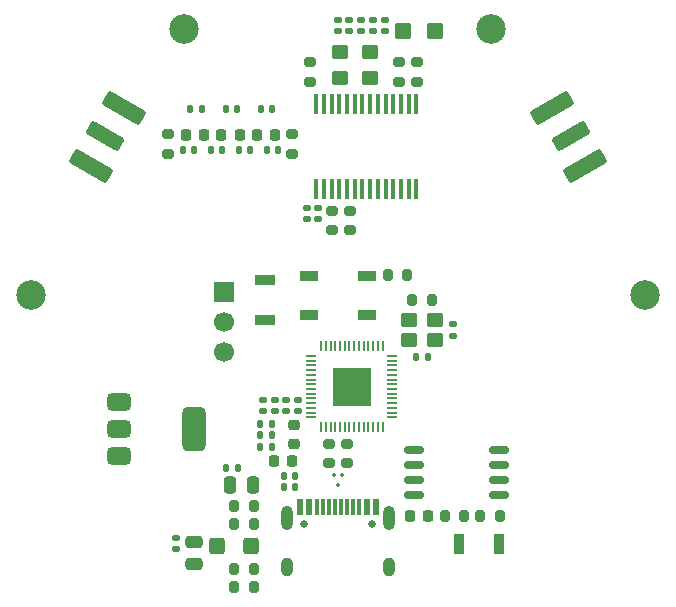
<source format=gbr>
%TF.GenerationSoftware,KiCad,Pcbnew,9.0.4-9.0.4-0~ubuntu22.04.1*%
%TF.CreationDate,2025-09-16T22:55:20+03:00*%
%TF.ProjectId,hexaGenMini-v1,68657861-4765-46e4-9d69-6e692d76312e,rev?*%
%TF.SameCoordinates,Original*%
%TF.FileFunction,Soldermask,Top*%
%TF.FilePolarity,Negative*%
%FSLAX46Y46*%
G04 Gerber Fmt 4.6, Leading zero omitted, Abs format (unit mm)*
G04 Created by KiCad (PCBNEW 9.0.4-9.0.4-0~ubuntu22.04.1) date 2025-09-16 22:55:20*
%MOMM*%
%LPD*%
G01*
G04 APERTURE LIST*
G04 Aperture macros list*
%AMRoundRect*
0 Rectangle with rounded corners*
0 $1 Rounding radius*
0 $2 $3 $4 $5 $6 $7 $8 $9 X,Y pos of 4 corners*
0 Add a 4 corners polygon primitive as box body*
4,1,4,$2,$3,$4,$5,$6,$7,$8,$9,$2,$3,0*
0 Add four circle primitives for the rounded corners*
1,1,$1+$1,$2,$3*
1,1,$1+$1,$4,$5*
1,1,$1+$1,$6,$7*
1,1,$1+$1,$8,$9*
0 Add four rect primitives between the rounded corners*
20,1,$1+$1,$2,$3,$4,$5,0*
20,1,$1+$1,$4,$5,$6,$7,0*
20,1,$1+$1,$6,$7,$8,$9,0*
20,1,$1+$1,$8,$9,$2,$3,0*%
G04 Aperture macros list end*
%ADD10RoundRect,0.200000X0.275000X-0.200000X0.275000X0.200000X-0.275000X0.200000X-0.275000X-0.200000X0*%
%ADD11RoundRect,0.225000X-0.225000X-0.250000X0.225000X-0.250000X0.225000X0.250000X-0.225000X0.250000X0*%
%ADD12RoundRect,0.140000X-0.170000X0.140000X-0.170000X-0.140000X0.170000X-0.140000X0.170000X0.140000X0*%
%ADD13RoundRect,0.140000X0.170000X-0.140000X0.170000X0.140000X-0.170000X0.140000X-0.170000X-0.140000X0*%
%ADD14RoundRect,0.200000X0.200000X0.275000X-0.200000X0.275000X-0.200000X-0.275000X0.200000X-0.275000X0*%
%ADD15R,0.900000X1.700000*%
%ADD16RoundRect,0.140000X0.140000X0.170000X-0.140000X0.170000X-0.140000X-0.170000X0.140000X-0.170000X0*%
%ADD17R,1.700000X1.700000*%
%ADD18C,1.700000*%
%ADD19RoundRect,0.250000X-0.475000X0.250000X-0.475000X-0.250000X0.475000X-0.250000X0.475000X0.250000X0*%
%ADD20RoundRect,0.250000X-0.457500X-0.445000X0.457500X-0.445000X0.457500X0.445000X-0.457500X0.445000X0*%
%ADD21RoundRect,0.200000X-0.275000X0.200000X-0.275000X-0.200000X0.275000X-0.200000X0.275000X0.200000X0*%
%ADD22C,2.500000*%
%ADD23R,1.700000X0.900000*%
%ADD24RoundRect,0.090000X-0.660000X-0.360000X0.660000X-0.360000X0.660000X0.360000X-0.660000X0.360000X0*%
%ADD25RoundRect,0.250000X-0.976634X1.008420X-1.361634X0.341580X0.976634X-1.008420X1.361634X-0.341580X0*%
%ADD26RoundRect,0.250000X-1.173141X1.168061X-1.598141X0.431939X1.173141X-1.168061X1.598141X-0.431939X0*%
%ADD27RoundRect,0.250000X-0.250000X-0.475000X0.250000X-0.475000X0.250000X0.475000X-0.250000X0.475000X0*%
%ADD28RoundRect,0.162500X0.650000X0.162500X-0.650000X0.162500X-0.650000X-0.162500X0.650000X-0.162500X0*%
%ADD29RoundRect,0.200000X-0.200000X-0.275000X0.200000X-0.275000X0.200000X0.275000X-0.200000X0.275000X0*%
%ADD30RoundRect,0.218750X0.218750X0.256250X-0.218750X0.256250X-0.218750X-0.256250X0.218750X-0.256250X0*%
%ADD31RoundRect,0.225000X0.250000X-0.225000X0.250000X0.225000X-0.250000X0.225000X-0.250000X-0.225000X0*%
%ADD32RoundRect,0.140000X-0.140000X-0.170000X0.140000X-0.170000X0.140000X0.170000X-0.140000X0.170000X0*%
%ADD33RoundRect,0.225000X0.225000X0.250000X-0.225000X0.250000X-0.225000X-0.250000X0.225000X-0.250000X0*%
%ADD34RoundRect,0.250000X-0.450000X-0.350000X0.450000X-0.350000X0.450000X0.350000X-0.450000X0.350000X0*%
%ADD35RoundRect,0.250000X0.450000X0.350000X-0.450000X0.350000X-0.450000X-0.350000X0.450000X-0.350000X0*%
%ADD36RoundRect,0.250000X1.361634X0.341580X0.976634X1.008420X-1.361634X-0.341580X-0.976634X-1.008420X0*%
%ADD37RoundRect,0.250000X1.598141X0.431939X1.173141X1.168061X-1.598141X-0.431939X-1.173141X-1.168061X0*%
%ADD38RoundRect,0.375000X-0.625000X-0.375000X0.625000X-0.375000X0.625000X0.375000X-0.625000X0.375000X0*%
%ADD39RoundRect,0.500000X-0.500000X-1.400000X0.500000X-1.400000X0.500000X1.400000X-0.500000X1.400000X0*%
%ADD40C,0.650000*%
%ADD41R,0.600000X1.450000*%
%ADD42R,0.300000X1.450000*%
%ADD43O,1.000000X2.100000*%
%ADD44O,1.000000X1.600000*%
%ADD45RoundRect,0.250000X-0.400000X-0.450000X0.400000X-0.450000X0.400000X0.450000X-0.400000X0.450000X0*%
%ADD46RoundRect,0.050000X0.387500X0.050000X-0.387500X0.050000X-0.387500X-0.050000X0.387500X-0.050000X0*%
%ADD47RoundRect,0.050000X0.050000X0.387500X-0.050000X0.387500X-0.050000X-0.387500X0.050000X-0.387500X0*%
%ADD48R,3.200000X3.200000*%
%ADD49R,0.450000X1.750000*%
%ADD50RoundRect,0.075000X0.075000X0.075000X-0.075000X0.075000X-0.075000X-0.075000X0.075000X-0.075000X0*%
G04 APERTURE END LIST*
D10*
%TO.C,R7*%
X159220000Y-98225000D03*
X159220000Y-96575000D03*
%TD*%
D11*
%TO.C,C7*%
X154525000Y-98070000D03*
X156075000Y-98070000D03*
%TD*%
D12*
%TO.C,C23*%
X159935000Y-60710000D03*
X159935000Y-61670000D03*
%TD*%
D10*
%TO.C,R15*%
X160995000Y-78505000D03*
X160995000Y-76855000D03*
%TD*%
D13*
%TO.C,C14*%
X154630000Y-93850000D03*
X154630000Y-92890000D03*
%TD*%
D14*
%TO.C,R9*%
X173675000Y-102680000D03*
X172025000Y-102680000D03*
%TD*%
D15*
%TO.C,SW2*%
X170230000Y-105110000D03*
X173630000Y-105110000D03*
%TD*%
D16*
%TO.C,C27*%
X152530833Y-71705000D03*
X151570833Y-71705000D03*
%TD*%
D17*
%TO.C,J3*%
X150310000Y-83780000D03*
D18*
X150310000Y-86320000D03*
X150310000Y-88860000D03*
%TD*%
D19*
%TO.C,C1*%
X147772500Y-104870000D03*
X147772500Y-106770000D03*
%TD*%
D20*
%TO.C,C25*%
X165467500Y-61620000D03*
X168172500Y-61620000D03*
%TD*%
D21*
%TO.C,R10*%
X165145000Y-64295000D03*
X165145000Y-65945000D03*
%TD*%
%TO.C,R17*%
X145617500Y-70385000D03*
X145617500Y-72035000D03*
%TD*%
D22*
%TO.C,H4*%
X133972540Y-84000000D03*
%TD*%
D14*
%TO.C,R5*%
X167905000Y-84450000D03*
X166255000Y-84450000D03*
%TD*%
D16*
%TO.C,C5*%
X167570000Y-89230000D03*
X166610000Y-89230000D03*
%TD*%
D23*
%TO.C,SW1*%
X153800000Y-82730000D03*
X153800000Y-86130000D03*
%TD*%
D12*
%TO.C,C24*%
X163935000Y-60710000D03*
X163935000Y-61670000D03*
%TD*%
D21*
%TO.C,R11*%
X166635000Y-64295000D03*
X166635000Y-65945000D03*
%TD*%
D22*
%TO.C,H1*%
X172972540Y-61480000D03*
%TD*%
D24*
%TO.C,D2*%
X157522540Y-82350000D03*
X157522540Y-85650000D03*
X162422540Y-85650000D03*
X162422540Y-82350000D03*
%TD*%
D25*
%TO.C,J2*%
X140222540Y-70500000D03*
D26*
X139026546Y-73071522D03*
X141851546Y-68178478D03*
%TD*%
D22*
%TO.C,H2*%
X185972540Y-84000000D03*
%TD*%
D12*
%TO.C,C21*%
X162935000Y-60710000D03*
X162935000Y-61670000D03*
%TD*%
D14*
%TO.C,R8*%
X170665000Y-102680000D03*
X169015000Y-102680000D03*
%TD*%
D27*
%TO.C,C4*%
X150842500Y-100080000D03*
X152742500Y-100080000D03*
%TD*%
D16*
%TO.C,C30*%
X154420000Y-68240000D03*
X153460000Y-68240000D03*
%TD*%
D14*
%TO.C,R19*%
X165845000Y-82340000D03*
X164195000Y-82340000D03*
%TD*%
D13*
%TO.C,C16*%
X156550000Y-93850000D03*
X156550000Y-92890000D03*
%TD*%
D28*
%TO.C,U5*%
X173587500Y-100925000D03*
X173587500Y-99655000D03*
X173587500Y-98385000D03*
X173587500Y-97115000D03*
X166412500Y-97115000D03*
X166412500Y-98385000D03*
X166412500Y-99655000D03*
X166412500Y-100925000D03*
%TD*%
D29*
%TO.C,R2*%
X151187500Y-108710000D03*
X152837500Y-108710000D03*
%TD*%
D30*
%TO.C,L3*%
X148665000Y-70460000D03*
X147090000Y-70460000D03*
%TD*%
D31*
%TO.C,C8*%
X156280000Y-96590000D03*
X156280000Y-95040000D03*
%TD*%
D29*
%TO.C,R1*%
X151187500Y-107210000D03*
X152837500Y-107210000D03*
%TD*%
D16*
%TO.C,C12*%
X154360000Y-94910000D03*
X153400000Y-94910000D03*
%TD*%
D13*
%TO.C,C15*%
X155590000Y-93850000D03*
X155590000Y-92890000D03*
%TD*%
D12*
%TO.C,C2*%
X146292500Y-104550000D03*
X146292500Y-105510000D03*
%TD*%
D32*
%TO.C,C3*%
X150512500Y-98600000D03*
X151472500Y-98600000D03*
%TD*%
D33*
%TO.C,C18*%
X167605000Y-102680000D03*
X166055000Y-102680000D03*
%TD*%
D21*
%TO.C,R16*%
X156117500Y-70385000D03*
X156117500Y-72035000D03*
%TD*%
D16*
%TO.C,C29*%
X147777500Y-71705000D03*
X146817500Y-71705000D03*
%TD*%
D34*
%TO.C,Y1*%
X166000000Y-87830000D03*
X168200000Y-87830000D03*
X168200000Y-86130000D03*
X166000000Y-86130000D03*
%TD*%
D12*
%TO.C,C19*%
X158275000Y-76630000D03*
X158275000Y-77590000D03*
%TD*%
D30*
%TO.C,L1*%
X154652500Y-70460000D03*
X153077500Y-70460000D03*
%TD*%
D35*
%TO.C,Y2*%
X162650000Y-63400000D03*
X160110000Y-63400000D03*
X160110000Y-65600000D03*
X162650000Y-65600000D03*
%TD*%
D36*
%TO.C,J1*%
X179722540Y-70500000D03*
D37*
X178093534Y-68178478D03*
X180918534Y-73071522D03*
%TD*%
D29*
%TO.C,R3*%
X151187500Y-103340000D03*
X152837500Y-103340000D03*
%TD*%
D14*
%TO.C,R4*%
X152837500Y-101840000D03*
X151187500Y-101840000D03*
%TD*%
D12*
%TO.C,C22*%
X160935000Y-60710000D03*
X160935000Y-61670000D03*
%TD*%
D16*
%TO.C,C10*%
X156350000Y-100230000D03*
X155390000Y-100230000D03*
%TD*%
D13*
%TO.C,C6*%
X169710000Y-87450000D03*
X169710000Y-86490000D03*
%TD*%
D16*
%TO.C,C9*%
X156350000Y-99280000D03*
X155390000Y-99280000D03*
%TD*%
D38*
%TO.C,U1*%
X141450000Y-93057500D03*
X141450000Y-95357500D03*
D39*
X147750000Y-95357500D03*
D38*
X141450000Y-97657500D03*
%TD*%
D10*
%TO.C,R6*%
X160720000Y-98225000D03*
X160720000Y-96575000D03*
%TD*%
D40*
%TO.C,J4*%
X157082540Y-103400000D03*
X162862540Y-103400000D03*
D41*
X156722540Y-101955000D03*
X157522540Y-101955000D03*
D42*
X158722540Y-101955000D03*
X159722540Y-101955000D03*
X160222540Y-101955000D03*
X161222540Y-101955000D03*
D41*
X162422540Y-101955000D03*
X163222540Y-101955000D03*
X163222540Y-101955000D03*
X162422540Y-101955000D03*
D42*
X161722540Y-101955000D03*
X160722540Y-101955000D03*
X159222540Y-101955000D03*
X158222540Y-101955000D03*
D41*
X157522540Y-101955000D03*
X156722540Y-101955000D03*
D43*
X155652540Y-102870000D03*
D44*
X155652540Y-107050000D03*
D43*
X164292540Y-102870000D03*
D44*
X164292540Y-107050000D03*
%TD*%
D16*
%TO.C,C26*%
X154907500Y-71705000D03*
X153947500Y-71705000D03*
%TD*%
D45*
%TO.C,D1*%
X149692500Y-105270000D03*
X152592500Y-105270000D03*
%TD*%
D46*
%TO.C,U2*%
X164587500Y-94350000D03*
X164587500Y-93950000D03*
X164587500Y-93550000D03*
X164587500Y-93150000D03*
X164587500Y-92750000D03*
X164587500Y-92350000D03*
X164587500Y-91950000D03*
X164587500Y-91550000D03*
X164587500Y-91150000D03*
X164587500Y-90750000D03*
X164587500Y-90350000D03*
X164587500Y-89950000D03*
X164587500Y-89550000D03*
X164587500Y-89150000D03*
D47*
X163750000Y-88312500D03*
X163350000Y-88312500D03*
X162950000Y-88312500D03*
X162550000Y-88312500D03*
X162150000Y-88312500D03*
X161750000Y-88312500D03*
X161350000Y-88312500D03*
X160950000Y-88312500D03*
X160550000Y-88312500D03*
X160150000Y-88312500D03*
X159750000Y-88312500D03*
X159350000Y-88312500D03*
X158950000Y-88312500D03*
X158550000Y-88312500D03*
D46*
X157712500Y-89150000D03*
X157712500Y-89550000D03*
X157712500Y-89950000D03*
X157712500Y-90350000D03*
X157712500Y-90750000D03*
X157712500Y-91150000D03*
X157712500Y-91550000D03*
X157712500Y-91950000D03*
X157712500Y-92350000D03*
X157712500Y-92750000D03*
X157712500Y-93150000D03*
X157712500Y-93550000D03*
X157712500Y-93950000D03*
X157712500Y-94350000D03*
D47*
X158550000Y-95187500D03*
X158950000Y-95187500D03*
X159350000Y-95187500D03*
X159750000Y-95187500D03*
X160150000Y-95187500D03*
X160550000Y-95187500D03*
X160950000Y-95187500D03*
X161350000Y-95187500D03*
X161750000Y-95187500D03*
X162150000Y-95187500D03*
X162550000Y-95187500D03*
X162950000Y-95187500D03*
X163350000Y-95187500D03*
X163750000Y-95187500D03*
D48*
X161150000Y-91750000D03*
%TD*%
D16*
%TO.C,C32*%
X148420000Y-68240000D03*
X147460000Y-68240000D03*
%TD*%
D10*
%TO.C,R13*%
X159495000Y-78505000D03*
X159495000Y-76855000D03*
%TD*%
D49*
%TO.C,U3*%
X166600000Y-67800000D03*
X165950000Y-67800000D03*
X165300000Y-67800000D03*
X164650000Y-67800000D03*
X164000000Y-67800000D03*
X163350000Y-67800000D03*
X162700000Y-67800000D03*
X162050000Y-67800000D03*
X161400000Y-67800000D03*
X160750000Y-67800000D03*
X160100000Y-67800000D03*
X159450000Y-67800000D03*
X158800000Y-67800000D03*
X158150000Y-67800000D03*
X158150000Y-75000000D03*
X158800000Y-75000000D03*
X159450000Y-75000000D03*
X160100000Y-75000000D03*
X160750000Y-75000000D03*
X161400000Y-75000000D03*
X162050000Y-75000000D03*
X162700000Y-75000000D03*
X163350000Y-75000000D03*
X164000000Y-75000000D03*
X164650000Y-75000000D03*
X165300000Y-75000000D03*
X165950000Y-75000000D03*
X166600000Y-75000000D03*
%TD*%
D13*
%TO.C,C13*%
X153660000Y-93850000D03*
X153660000Y-92890000D03*
%TD*%
D10*
%TO.C,R12*%
X157605000Y-65945000D03*
X157605000Y-64295000D03*
%TD*%
D22*
%TO.C,H3*%
X146972540Y-61480000D03*
%TD*%
D16*
%TO.C,C28*%
X150154167Y-71705000D03*
X149194167Y-71705000D03*
%TD*%
D30*
%TO.C,L2*%
X151665000Y-70460000D03*
X150090000Y-70460000D03*
%TD*%
D16*
%TO.C,C17*%
X154360000Y-96835000D03*
X153400000Y-96835000D03*
%TD*%
D12*
%TO.C,C33*%
X157335000Y-76630000D03*
X157335000Y-77590000D03*
%TD*%
D50*
%TO.C,U4*%
X160320000Y-99200000D03*
X159620000Y-99200000D03*
X159970000Y-100050000D03*
%TD*%
D16*
%TO.C,C31*%
X151420000Y-68240000D03*
X150460000Y-68240000D03*
%TD*%
D12*
%TO.C,C20*%
X161935000Y-60710000D03*
X161935000Y-61670000D03*
%TD*%
D16*
%TO.C,C11*%
X154360000Y-95880000D03*
X153400000Y-95880000D03*
%TD*%
M02*

</source>
